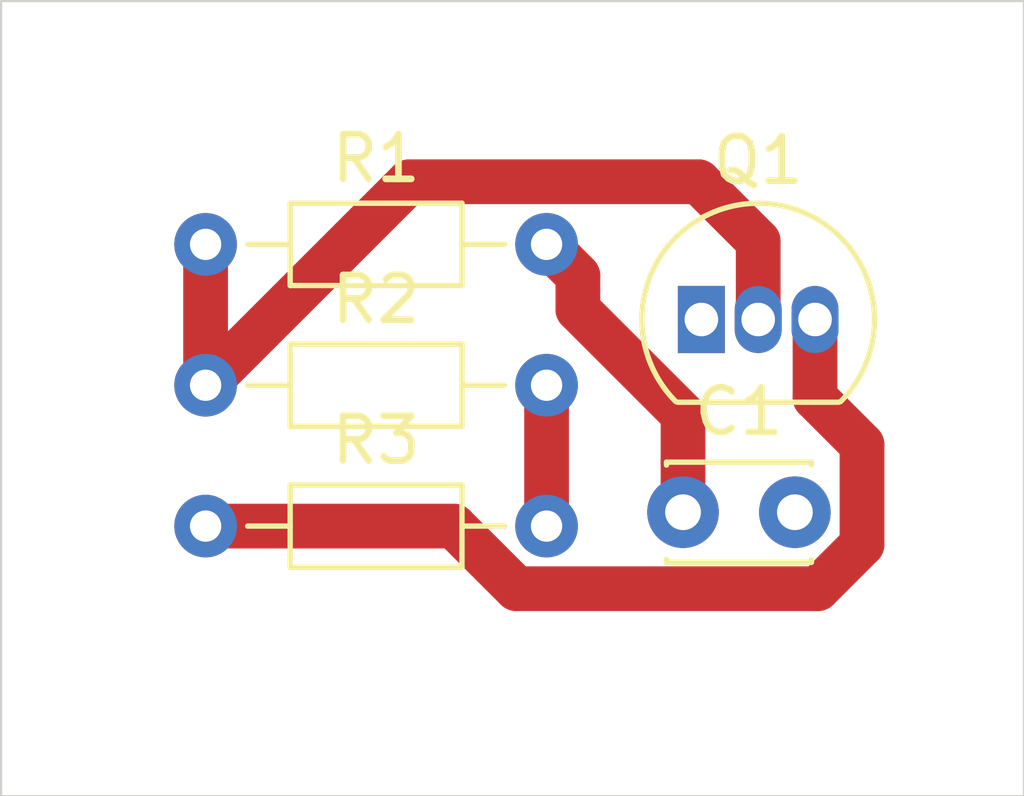
<source format=kicad_pcb>
(kicad_pcb (version 20171130) (host pcbnew "(5.1.2)-2")

  (general
    (thickness 1.6)
    (drawings 4)
    (tracks 18)
    (zones 0)
    (modules 5)
    (nets 7)
  )

  (page A4)
  (layers
    (0 F.Cu signal)
    (31 B.Cu signal)
    (32 B.Adhes user)
    (33 F.Adhes user)
    (34 B.Paste user)
    (35 F.Paste user)
    (36 B.SilkS user)
    (37 F.SilkS user)
    (38 B.Mask user)
    (39 F.Mask user)
    (40 Dwgs.User user)
    (41 Cmts.User user)
    (42 Eco1.User user)
    (43 Eco2.User user)
    (44 Edge.Cuts user)
    (45 Margin user)
    (46 B.CrtYd user)
    (47 F.CrtYd user)
    (48 B.Fab user)
    (49 F.Fab user)
  )

  (setup
    (last_trace_width 1)
    (user_trace_width 1)
    (trace_clearance 0.2)
    (zone_clearance 0.508)
    (zone_45_only no)
    (trace_min 0.2)
    (via_size 0.8)
    (via_drill 0.4)
    (via_min_size 0.4)
    (via_min_drill 0.3)
    (uvia_size 0.3)
    (uvia_drill 0.1)
    (uvias_allowed no)
    (uvia_min_size 0.2)
    (uvia_min_drill 0.1)
    (edge_width 0.05)
    (segment_width 0.2)
    (pcb_text_width 0.3)
    (pcb_text_size 1.5 1.5)
    (mod_edge_width 0.12)
    (mod_text_size 1 1)
    (mod_text_width 0.15)
    (pad_size 1.524 1.524)
    (pad_drill 0.762)
    (pad_to_mask_clearance 0.051)
    (solder_mask_min_width 0.25)
    (aux_axis_origin 0 0)
    (visible_elements FFFFFF7F)
    (pcbplotparams
      (layerselection 0x010fc_ffffffff)
      (usegerberextensions false)
      (usegerberattributes false)
      (usegerberadvancedattributes false)
      (creategerberjobfile false)
      (excludeedgelayer true)
      (linewidth 0.100000)
      (plotframeref false)
      (viasonmask false)
      (mode 1)
      (useauxorigin false)
      (hpglpennumber 1)
      (hpglpenspeed 20)
      (hpglpendiameter 15.000000)
      (psnegative false)
      (psa4output false)
      (plotreference true)
      (plotvalue true)
      (plotinvisibletext false)
      (padsonsilk false)
      (subtractmaskfromsilk false)
      (outputformat 1)
      (mirror false)
      (drillshape 1)
      (scaleselection 1)
      (outputdirectory ""))
  )

  (net 0 "")
  (net 1 VCC)
  (net 2 "Net-(Q1-Pad3)")
  (net 3 "Net-(Q1-Pad2)")
  (net 4 "Net-(C1-Pad2)")
  (net 5 "Net-(C1-Pad1)")
  (net 6 GND)

  (net_class Default "Esta é a classe de rede padrão."
    (clearance 0.2)
    (trace_width 0.25)
    (via_dia 0.8)
    (via_drill 0.4)
    (uvia_dia 0.3)
    (uvia_drill 0.1)
    (add_net GND)
    (add_net "Net-(C1-Pad1)")
    (add_net "Net-(C1-Pad2)")
    (add_net "Net-(Q1-Pad2)")
    (add_net "Net-(Q1-Pad3)")
    (add_net VCC)
  )

  (module Resistor_THT:R_Axial_DIN0204_L3.6mm_D1.6mm_P7.62mm_Horizontal (layer F.Cu) (tedit 5AE5139B) (tstamp 5D4E5CAA)
    (at 57.91 108.26)
    (descr "Resistor, Axial_DIN0204 series, Axial, Horizontal, pin pitch=7.62mm, 0.167W, length*diameter=3.6*1.6mm^2, http://cdn-reichelt.de/documents/datenblatt/B400/1_4W%23YAG.pdf")
    (tags "Resistor Axial_DIN0204 series Axial Horizontal pin pitch 7.62mm 0.167W length 3.6mm diameter 1.6mm")
    (path /5D4E25C0)
    (fp_text reference R3 (at 3.81 -1.92) (layer F.SilkS)
      (effects (font (size 1 1) (thickness 0.15)))
    )
    (fp_text value 10k (at 3.81 1.92) (layer F.Fab)
      (effects (font (size 1 1) (thickness 0.15)))
    )
    (fp_text user %R (at 3.81 0) (layer F.Fab)
      (effects (font (size 0.72 0.72) (thickness 0.108)))
    )
    (fp_line (start 8.57 -1.05) (end -0.95 -1.05) (layer F.CrtYd) (width 0.05))
    (fp_line (start 8.57 1.05) (end 8.57 -1.05) (layer F.CrtYd) (width 0.05))
    (fp_line (start -0.95 1.05) (end 8.57 1.05) (layer F.CrtYd) (width 0.05))
    (fp_line (start -0.95 -1.05) (end -0.95 1.05) (layer F.CrtYd) (width 0.05))
    (fp_line (start 6.68 0) (end 5.73 0) (layer F.SilkS) (width 0.12))
    (fp_line (start 0.94 0) (end 1.89 0) (layer F.SilkS) (width 0.12))
    (fp_line (start 5.73 -0.92) (end 1.89 -0.92) (layer F.SilkS) (width 0.12))
    (fp_line (start 5.73 0.92) (end 5.73 -0.92) (layer F.SilkS) (width 0.12))
    (fp_line (start 1.89 0.92) (end 5.73 0.92) (layer F.SilkS) (width 0.12))
    (fp_line (start 1.89 -0.92) (end 1.89 0.92) (layer F.SilkS) (width 0.12))
    (fp_line (start 7.62 0) (end 5.61 0) (layer F.Fab) (width 0.1))
    (fp_line (start 0 0) (end 2.01 0) (layer F.Fab) (width 0.1))
    (fp_line (start 5.61 -0.8) (end 2.01 -0.8) (layer F.Fab) (width 0.1))
    (fp_line (start 5.61 0.8) (end 5.61 -0.8) (layer F.Fab) (width 0.1))
    (fp_line (start 2.01 0.8) (end 5.61 0.8) (layer F.Fab) (width 0.1))
    (fp_line (start 2.01 -0.8) (end 2.01 0.8) (layer F.Fab) (width 0.1))
    (pad 2 thru_hole oval (at 7.62 0) (size 1.4 1.4) (drill 0.7) (layers *.Cu *.Mask)
      (net 6 GND))
    (pad 1 thru_hole circle (at 0 0) (size 1.4 1.4) (drill 0.7) (layers *.Cu *.Mask)
      (net 2 "Net-(Q1-Pad3)"))
    (model ${KISYS3DMOD}/Resistor_THT.3dshapes/R_Axial_DIN0204_L3.6mm_D1.6mm_P7.62mm_Horizontal.wrl
      (at (xyz 0 0 0))
      (scale (xyz 1 1 1))
      (rotate (xyz 0 0 0))
    )
  )

  (module Resistor_THT:R_Axial_DIN0204_L3.6mm_D1.6mm_P7.62mm_Horizontal (layer F.Cu) (tedit 5AE5139B) (tstamp 5D4E5C93)
    (at 57.91 105.11)
    (descr "Resistor, Axial_DIN0204 series, Axial, Horizontal, pin pitch=7.62mm, 0.167W, length*diameter=3.6*1.6mm^2, http://cdn-reichelt.de/documents/datenblatt/B400/1_4W%23YAG.pdf")
    (tags "Resistor Axial_DIN0204 series Axial Horizontal pin pitch 7.62mm 0.167W length 3.6mm diameter 1.6mm")
    (path /5D4E2740)
    (fp_text reference R2 (at 3.81 -1.92) (layer F.SilkS)
      (effects (font (size 1 1) (thickness 0.15)))
    )
    (fp_text value 510k (at 3.81 1.92) (layer F.Fab)
      (effects (font (size 1 1) (thickness 0.15)))
    )
    (fp_text user %R (at 3.81 0) (layer F.Fab)
      (effects (font (size 0.72 0.72) (thickness 0.108)))
    )
    (fp_line (start 8.57 -1.05) (end -0.95 -1.05) (layer F.CrtYd) (width 0.05))
    (fp_line (start 8.57 1.05) (end 8.57 -1.05) (layer F.CrtYd) (width 0.05))
    (fp_line (start -0.95 1.05) (end 8.57 1.05) (layer F.CrtYd) (width 0.05))
    (fp_line (start -0.95 -1.05) (end -0.95 1.05) (layer F.CrtYd) (width 0.05))
    (fp_line (start 6.68 0) (end 5.73 0) (layer F.SilkS) (width 0.12))
    (fp_line (start 0.94 0) (end 1.89 0) (layer F.SilkS) (width 0.12))
    (fp_line (start 5.73 -0.92) (end 1.89 -0.92) (layer F.SilkS) (width 0.12))
    (fp_line (start 5.73 0.92) (end 5.73 -0.92) (layer F.SilkS) (width 0.12))
    (fp_line (start 1.89 0.92) (end 5.73 0.92) (layer F.SilkS) (width 0.12))
    (fp_line (start 1.89 -0.92) (end 1.89 0.92) (layer F.SilkS) (width 0.12))
    (fp_line (start 7.62 0) (end 5.61 0) (layer F.Fab) (width 0.1))
    (fp_line (start 0 0) (end 2.01 0) (layer F.Fab) (width 0.1))
    (fp_line (start 5.61 -0.8) (end 2.01 -0.8) (layer F.Fab) (width 0.1))
    (fp_line (start 5.61 0.8) (end 5.61 -0.8) (layer F.Fab) (width 0.1))
    (fp_line (start 2.01 0.8) (end 5.61 0.8) (layer F.Fab) (width 0.1))
    (fp_line (start 2.01 -0.8) (end 2.01 0.8) (layer F.Fab) (width 0.1))
    (pad 2 thru_hole oval (at 7.62 0) (size 1.4 1.4) (drill 0.7) (layers *.Cu *.Mask)
      (net 6 GND))
    (pad 1 thru_hole circle (at 0 0) (size 1.4 1.4) (drill 0.7) (layers *.Cu *.Mask)
      (net 3 "Net-(Q1-Pad2)"))
    (model ${KISYS3DMOD}/Resistor_THT.3dshapes/R_Axial_DIN0204_L3.6mm_D1.6mm_P7.62mm_Horizontal.wrl
      (at (xyz 0 0 0))
      (scale (xyz 1 1 1))
      (rotate (xyz 0 0 0))
    )
  )

  (module Resistor_THT:R_Axial_DIN0204_L3.6mm_D1.6mm_P7.62mm_Horizontal (layer F.Cu) (tedit 5AE5139B) (tstamp 5D4E5C7C)
    (at 57.91 101.96)
    (descr "Resistor, Axial_DIN0204 series, Axial, Horizontal, pin pitch=7.62mm, 0.167W, length*diameter=3.6*1.6mm^2, http://cdn-reichelt.de/documents/datenblatt/B400/1_4W%23YAG.pdf")
    (tags "Resistor Axial_DIN0204 series Axial Horizontal pin pitch 7.62mm 0.167W length 3.6mm diameter 1.6mm")
    (path /5D4E0539)
    (fp_text reference R1 (at 3.81 -1.92) (layer F.SilkS)
      (effects (font (size 1 1) (thickness 0.15)))
    )
    (fp_text value 1k (at 3.81 1.92) (layer F.Fab)
      (effects (font (size 1 1) (thickness 0.15)))
    )
    (fp_text user %R (at 3.81 0) (layer F.Fab)
      (effects (font (size 0.72 0.72) (thickness 0.108)))
    )
    (fp_line (start 8.57 -1.05) (end -0.95 -1.05) (layer F.CrtYd) (width 0.05))
    (fp_line (start 8.57 1.05) (end 8.57 -1.05) (layer F.CrtYd) (width 0.05))
    (fp_line (start -0.95 1.05) (end 8.57 1.05) (layer F.CrtYd) (width 0.05))
    (fp_line (start -0.95 -1.05) (end -0.95 1.05) (layer F.CrtYd) (width 0.05))
    (fp_line (start 6.68 0) (end 5.73 0) (layer F.SilkS) (width 0.12))
    (fp_line (start 0.94 0) (end 1.89 0) (layer F.SilkS) (width 0.12))
    (fp_line (start 5.73 -0.92) (end 1.89 -0.92) (layer F.SilkS) (width 0.12))
    (fp_line (start 5.73 0.92) (end 5.73 -0.92) (layer F.SilkS) (width 0.12))
    (fp_line (start 1.89 0.92) (end 5.73 0.92) (layer F.SilkS) (width 0.12))
    (fp_line (start 1.89 -0.92) (end 1.89 0.92) (layer F.SilkS) (width 0.12))
    (fp_line (start 7.62 0) (end 5.61 0) (layer F.Fab) (width 0.1))
    (fp_line (start 0 0) (end 2.01 0) (layer F.Fab) (width 0.1))
    (fp_line (start 5.61 -0.8) (end 2.01 -0.8) (layer F.Fab) (width 0.1))
    (fp_line (start 5.61 0.8) (end 5.61 -0.8) (layer F.Fab) (width 0.1))
    (fp_line (start 2.01 0.8) (end 5.61 0.8) (layer F.Fab) (width 0.1))
    (fp_line (start 2.01 -0.8) (end 2.01 0.8) (layer F.Fab) (width 0.1))
    (pad 2 thru_hole oval (at 7.62 0) (size 1.4 1.4) (drill 0.7) (layers *.Cu *.Mask)
      (net 5 "Net-(C1-Pad1)"))
    (pad 1 thru_hole circle (at 0 0) (size 1.4 1.4) (drill 0.7) (layers *.Cu *.Mask)
      (net 3 "Net-(Q1-Pad2)"))
    (model ${KISYS3DMOD}/Resistor_THT.3dshapes/R_Axial_DIN0204_L3.6mm_D1.6mm_P7.62mm_Horizontal.wrl
      (at (xyz 0 0 0))
      (scale (xyz 1 1 1))
      (rotate (xyz 0 0 0))
    )
  )

  (module Package_TO_SOT_THT:TO-92_Inline (layer F.Cu) (tedit 5A1DD157) (tstamp 5D4E5C65)
    (at 68.99 103.64)
    (descr "TO-92 leads in-line, narrow, oval pads, drill 0.75mm (see NXP sot054_po.pdf)")
    (tags "to-92 sc-43 sc-43a sot54 PA33 transistor")
    (path /5D4E34CD)
    (fp_text reference Q1 (at 1.27 -3.56) (layer F.SilkS)
      (effects (font (size 1 1) (thickness 0.15)))
    )
    (fp_text value BC548 (at 1.27 2.79) (layer F.Fab)
      (effects (font (size 1 1) (thickness 0.15)))
    )
    (fp_arc (start 1.27 0) (end 1.27 -2.6) (angle 135) (layer F.SilkS) (width 0.12))
    (fp_arc (start 1.27 0) (end 1.27 -2.48) (angle -135) (layer F.Fab) (width 0.1))
    (fp_arc (start 1.27 0) (end 1.27 -2.6) (angle -135) (layer F.SilkS) (width 0.12))
    (fp_arc (start 1.27 0) (end 1.27 -2.48) (angle 135) (layer F.Fab) (width 0.1))
    (fp_line (start 4 2.01) (end -1.46 2.01) (layer F.CrtYd) (width 0.05))
    (fp_line (start 4 2.01) (end 4 -2.73) (layer F.CrtYd) (width 0.05))
    (fp_line (start -1.46 -2.73) (end -1.46 2.01) (layer F.CrtYd) (width 0.05))
    (fp_line (start -1.46 -2.73) (end 4 -2.73) (layer F.CrtYd) (width 0.05))
    (fp_line (start -0.5 1.75) (end 3 1.75) (layer F.Fab) (width 0.1))
    (fp_line (start -0.53 1.85) (end 3.07 1.85) (layer F.SilkS) (width 0.12))
    (fp_text user %R (at 1.27 -3.56) (layer F.Fab)
      (effects (font (size 1 1) (thickness 0.15)))
    )
    (pad 1 thru_hole rect (at 0 0) (size 1.05 1.5) (drill 0.75) (layers *.Cu *.Mask)
      (net 1 VCC))
    (pad 3 thru_hole oval (at 2.54 0) (size 1.05 1.5) (drill 0.75) (layers *.Cu *.Mask)
      (net 2 "Net-(Q1-Pad3)"))
    (pad 2 thru_hole oval (at 1.27 0) (size 1.05 1.5) (drill 0.75) (layers *.Cu *.Mask)
      (net 3 "Net-(Q1-Pad2)"))
    (model ${KISYS3DMOD}/Package_TO_SOT_THT.3dshapes/TO-92_Inline.wrl
      (at (xyz 0 0 0))
      (scale (xyz 1 1 1))
      (rotate (xyz 0 0 0))
    )
  )

  (module Capacitor_THT:C_Disc_D3.0mm_W2.0mm_P2.50mm (layer F.Cu) (tedit 5AE50EF0) (tstamp 5D4E5C53)
    (at 68.58 107.95)
    (descr "C, Disc series, Radial, pin pitch=2.50mm, , diameter*width=3*2mm^2, Capacitor")
    (tags "C Disc series Radial pin pitch 2.50mm  diameter 3mm width 2mm Capacitor")
    (path /5D4E2E2B)
    (fp_text reference C1 (at 1.25 -2.25) (layer F.SilkS)
      (effects (font (size 1 1) (thickness 0.15)))
    )
    (fp_text value 20nF (at 1.25 2.25) (layer F.Fab)
      (effects (font (size 1 1) (thickness 0.15)))
    )
    (fp_text user %R (at 1.25 0) (layer F.Fab)
      (effects (font (size 0.6 0.6) (thickness 0.09)))
    )
    (fp_line (start 3.55 -1.25) (end -1.05 -1.25) (layer F.CrtYd) (width 0.05))
    (fp_line (start 3.55 1.25) (end 3.55 -1.25) (layer F.CrtYd) (width 0.05))
    (fp_line (start -1.05 1.25) (end 3.55 1.25) (layer F.CrtYd) (width 0.05))
    (fp_line (start -1.05 -1.25) (end -1.05 1.25) (layer F.CrtYd) (width 0.05))
    (fp_line (start 2.87 1.055) (end 2.87 1.12) (layer F.SilkS) (width 0.12))
    (fp_line (start 2.87 -1.12) (end 2.87 -1.055) (layer F.SilkS) (width 0.12))
    (fp_line (start -0.37 1.055) (end -0.37 1.12) (layer F.SilkS) (width 0.12))
    (fp_line (start -0.37 -1.12) (end -0.37 -1.055) (layer F.SilkS) (width 0.12))
    (fp_line (start -0.37 1.12) (end 2.87 1.12) (layer F.SilkS) (width 0.12))
    (fp_line (start -0.37 -1.12) (end 2.87 -1.12) (layer F.SilkS) (width 0.12))
    (fp_line (start 2.75 -1) (end -0.25 -1) (layer F.Fab) (width 0.1))
    (fp_line (start 2.75 1) (end 2.75 -1) (layer F.Fab) (width 0.1))
    (fp_line (start -0.25 1) (end 2.75 1) (layer F.Fab) (width 0.1))
    (fp_line (start -0.25 -1) (end -0.25 1) (layer F.Fab) (width 0.1))
    (pad 2 thru_hole circle (at 2.5 0) (size 1.6 1.6) (drill 0.8) (layers *.Cu *.Mask)
      (net 4 "Net-(C1-Pad2)"))
    (pad 1 thru_hole circle (at 0 0) (size 1.6 1.6) (drill 0.8) (layers *.Cu *.Mask)
      (net 5 "Net-(C1-Pad1)"))
    (model ${KISYS3DMOD}/Capacitor_THT.3dshapes/C_Disc_D3.0mm_W2.0mm_P2.50mm.wrl
      (at (xyz 0 0 0))
      (scale (xyz 1 1 1))
      (rotate (xyz 0 0 0))
    )
  )

  (gr_line (start 53.34 114.3) (end 53.34 96.52) (layer Edge.Cuts) (width 0.05) (tstamp 5D4E5F02))
  (gr_line (start 76.2 114.3) (end 53.34 114.3) (layer Edge.Cuts) (width 0.05))
  (gr_line (start 76.2 96.52) (end 76.2 114.3) (layer Edge.Cuts) (width 0.05))
  (gr_line (start 53.34 96.52) (end 76.2 96.52) (layer Edge.Cuts) (width 0.05))

  (segment (start 71.53 105.39) (end 71.53 103.64) (width 1) (layer F.Cu) (net 2))
  (segment (start 72.580001 106.440001) (end 71.53 105.39) (width 1) (layer F.Cu) (net 2))
  (segment (start 72.580001 108.670001) (end 72.580001 106.440001) (width 1) (layer F.Cu) (net 2))
  (segment (start 64.857999 109.660001) (end 71.590001 109.660001) (width 1) (layer F.Cu) (net 2))
  (segment (start 63.457998 108.26) (end 64.857999 109.660001) (width 1) (layer F.Cu) (net 2))
  (segment (start 71.590001 109.660001) (end 72.580001 108.670001) (width 1) (layer F.Cu) (net 2))
  (segment (start 57.91 108.26) (end 63.457998 108.26) (width 1) (layer F.Cu) (net 2))
  (segment (start 57.91 101.96) (end 57.91 105.11) (width 1) (layer F.Cu) (net 3))
  (segment (start 70.26 101.89) (end 70.26 103.64) (width 1) (layer F.Cu) (net 3))
  (segment (start 68.929999 100.559999) (end 70.26 101.89) (width 1) (layer F.Cu) (net 3))
  (segment (start 62.460001 100.559999) (end 68.929999 100.559999) (width 1) (layer F.Cu) (net 3))
  (segment (start 57.91 105.11) (end 62.460001 100.559999) (width 1) (layer F.Cu) (net 3))
  (segment (start 68.58 106.81863) (end 68.58 107.95) (width 1) (layer F.Cu) (net 5))
  (segment (start 68.58 105.765002) (end 68.58 106.81863) (width 1) (layer F.Cu) (net 5))
  (segment (start 66.229999 103.415001) (end 68.58 105.765002) (width 1) (layer F.Cu) (net 5))
  (segment (start 66.229999 102.659999) (end 66.229999 103.415001) (width 1) (layer F.Cu) (net 5))
  (segment (start 65.53 101.96) (end 66.229999 102.659999) (width 1) (layer F.Cu) (net 5))
  (segment (start 65.53 105.11) (end 65.53 108.26) (width 1) (layer F.Cu) (net 6))

)

</source>
